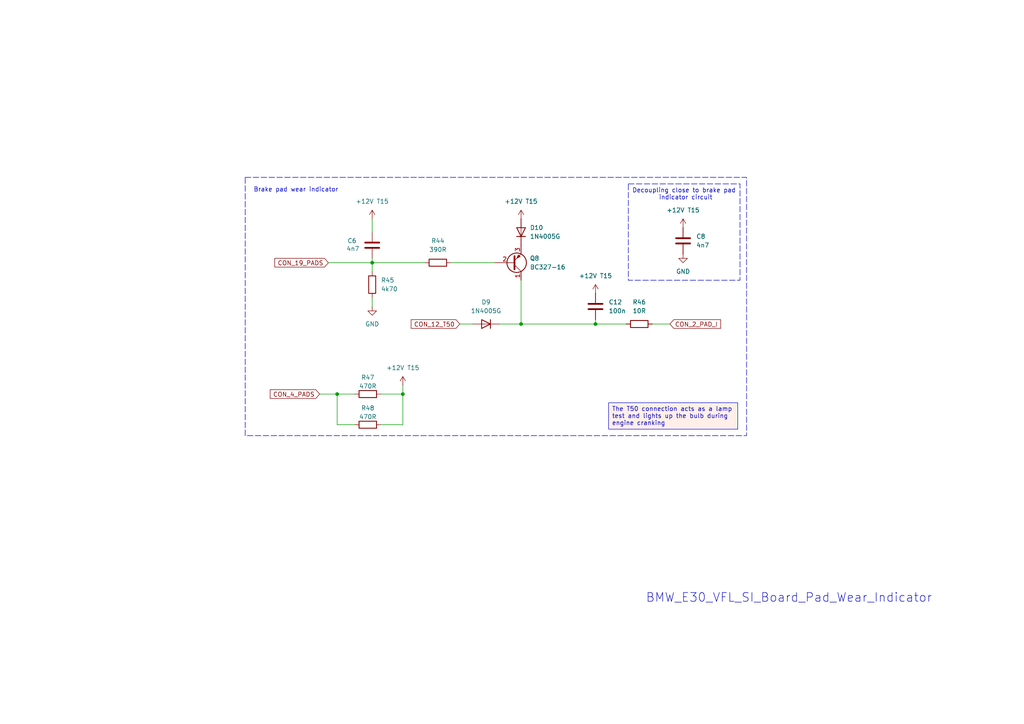
<source format=kicad_sch>
(kicad_sch
	(version 20250114)
	(generator "eeschema")
	(generator_version "9.0")
	(uuid "0aca1cae-b25b-41c5-8f81-283bd5f53ebf")
	(paper "A4")
	(title_block
		(title "BMW E30 Pre-Facelift SI Board")
		(date "2024-06-15")
		(rev "2")
		(comment 1 "Revision 2.1 made by Reagan Ansel")
	)
	(lib_symbols
		(symbol "Device:C"
			(pin_numbers
				(hide yes)
			)
			(pin_names
				(offset 0.254)
			)
			(exclude_from_sim no)
			(in_bom yes)
			(on_board yes)
			(property "Reference" "C"
				(at 0.635 2.54 0)
				(effects
					(font
						(size 1.27 1.27)
					)
					(justify left)
				)
			)
			(property "Value" "C"
				(at 0.635 -2.54 0)
				(effects
					(font
						(size 1.27 1.27)
					)
					(justify left)
				)
			)
			(property "Footprint" ""
				(at 0.9652 -3.81 0)
				(effects
					(font
						(size 1.27 1.27)
					)
					(hide yes)
				)
			)
			(property "Datasheet" "~"
				(at 0 0 0)
				(effects
					(font
						(size 1.27 1.27)
					)
					(hide yes)
				)
			)
			(property "Description" "Unpolarized capacitor"
				(at 0 0 0)
				(effects
					(font
						(size 1.27 1.27)
					)
					(hide yes)
				)
			)
			(property "ki_keywords" "cap capacitor"
				(at 0 0 0)
				(effects
					(font
						(size 1.27 1.27)
					)
					(hide yes)
				)
			)
			(property "ki_fp_filters" "C_*"
				(at 0 0 0)
				(effects
					(font
						(size 1.27 1.27)
					)
					(hide yes)
				)
			)
			(symbol "C_0_1"
				(polyline
					(pts
						(xy -2.032 0.762) (xy 2.032 0.762)
					)
					(stroke
						(width 0.508)
						(type default)
					)
					(fill
						(type none)
					)
				)
				(polyline
					(pts
						(xy -2.032 -0.762) (xy 2.032 -0.762)
					)
					(stroke
						(width 0.508)
						(type default)
					)
					(fill
						(type none)
					)
				)
			)
			(symbol "C_1_1"
				(pin passive line
					(at 0 3.81 270)
					(length 2.794)
					(name "~"
						(effects
							(font
								(size 1.27 1.27)
							)
						)
					)
					(number "1"
						(effects
							(font
								(size 1.27 1.27)
							)
						)
					)
				)
				(pin passive line
					(at 0 -3.81 90)
					(length 2.794)
					(name "~"
						(effects
							(font
								(size 1.27 1.27)
							)
						)
					)
					(number "2"
						(effects
							(font
								(size 1.27 1.27)
							)
						)
					)
				)
			)
			(embedded_fonts no)
		)
		(symbol "Device:R"
			(pin_numbers
				(hide yes)
			)
			(pin_names
				(offset 0)
			)
			(exclude_from_sim no)
			(in_bom yes)
			(on_board yes)
			(property "Reference" "R"
				(at 2.032 0 90)
				(effects
					(font
						(size 1.27 1.27)
					)
				)
			)
			(property "Value" "R"
				(at 0 0 90)
				(effects
					(font
						(size 1.27 1.27)
					)
				)
			)
			(property "Footprint" ""
				(at -1.778 0 90)
				(effects
					(font
						(size 1.27 1.27)
					)
					(hide yes)
				)
			)
			(property "Datasheet" "~"
				(at 0 0 0)
				(effects
					(font
						(size 1.27 1.27)
					)
					(hide yes)
				)
			)
			(property "Description" "Resistor"
				(at 0 0 0)
				(effects
					(font
						(size 1.27 1.27)
					)
					(hide yes)
				)
			)
			(property "ki_keywords" "R res resistor"
				(at 0 0 0)
				(effects
					(font
						(size 1.27 1.27)
					)
					(hide yes)
				)
			)
			(property "ki_fp_filters" "R_*"
				(at 0 0 0)
				(effects
					(font
						(size 1.27 1.27)
					)
					(hide yes)
				)
			)
			(symbol "R_0_1"
				(rectangle
					(start -1.016 -2.54)
					(end 1.016 2.54)
					(stroke
						(width 0.254)
						(type default)
					)
					(fill
						(type none)
					)
				)
			)
			(symbol "R_1_1"
				(pin passive line
					(at 0 3.81 270)
					(length 1.27)
					(name "~"
						(effects
							(font
								(size 1.27 1.27)
							)
						)
					)
					(number "1"
						(effects
							(font
								(size 1.27 1.27)
							)
						)
					)
				)
				(pin passive line
					(at 0 -3.81 90)
					(length 1.27)
					(name "~"
						(effects
							(font
								(size 1.27 1.27)
							)
						)
					)
					(number "2"
						(effects
							(font
								(size 1.27 1.27)
							)
						)
					)
				)
			)
			(embedded_fonts no)
		)
		(symbol "Diode:1N4005"
			(pin_numbers
				(hide yes)
			)
			(pin_names
				(hide yes)
			)
			(exclude_from_sim no)
			(in_bom yes)
			(on_board yes)
			(property "Reference" "D"
				(at 0 2.54 0)
				(effects
					(font
						(size 1.27 1.27)
					)
				)
			)
			(property "Value" "1N4005"
				(at 0 -2.54 0)
				(effects
					(font
						(size 1.27 1.27)
					)
				)
			)
			(property "Footprint" "Diode_THT:D_DO-41_SOD81_P10.16mm_Horizontal"
				(at 0 -4.445 0)
				(effects
					(font
						(size 1.27 1.27)
					)
					(hide yes)
				)
			)
			(property "Datasheet" "http://www.vishay.com/docs/88503/1n4001.pdf"
				(at 0 0 0)
				(effects
					(font
						(size 1.27 1.27)
					)
					(hide yes)
				)
			)
			(property "Description" "600V 1A General Purpose Rectifier Diode, DO-41"
				(at 0 0 0)
				(effects
					(font
						(size 1.27 1.27)
					)
					(hide yes)
				)
			)
			(property "Sim.Device" "D"
				(at 0 0 0)
				(effects
					(font
						(size 1.27 1.27)
					)
					(hide yes)
				)
			)
			(property "Sim.Pins" "1=K 2=A"
				(at 0 0 0)
				(effects
					(font
						(size 1.27 1.27)
					)
					(hide yes)
				)
			)
			(property "ki_keywords" "diode"
				(at 0 0 0)
				(effects
					(font
						(size 1.27 1.27)
					)
					(hide yes)
				)
			)
			(property "ki_fp_filters" "D*DO?41*"
				(at 0 0 0)
				(effects
					(font
						(size 1.27 1.27)
					)
					(hide yes)
				)
			)
			(symbol "1N4005_0_1"
				(polyline
					(pts
						(xy -1.27 1.27) (xy -1.27 -1.27)
					)
					(stroke
						(width 0.254)
						(type default)
					)
					(fill
						(type none)
					)
				)
				(polyline
					(pts
						(xy 1.27 1.27) (xy 1.27 -1.27) (xy -1.27 0) (xy 1.27 1.27)
					)
					(stroke
						(width 0.254)
						(type default)
					)
					(fill
						(type none)
					)
				)
				(polyline
					(pts
						(xy 1.27 0) (xy -1.27 0)
					)
					(stroke
						(width 0)
						(type default)
					)
					(fill
						(type none)
					)
				)
			)
			(symbol "1N4005_1_1"
				(pin passive line
					(at -3.81 0 0)
					(length 2.54)
					(name "K"
						(effects
							(font
								(size 1.27 1.27)
							)
						)
					)
					(number "1"
						(effects
							(font
								(size 1.27 1.27)
							)
						)
					)
				)
				(pin passive line
					(at 3.81 0 180)
					(length 2.54)
					(name "A"
						(effects
							(font
								(size 1.27 1.27)
							)
						)
					)
					(number "2"
						(effects
							(font
								(size 1.27 1.27)
							)
						)
					)
				)
			)
			(embedded_fonts no)
		)
		(symbol "Transistor_BJT:BC327"
			(pin_names
				(offset 0)
				(hide yes)
			)
			(exclude_from_sim no)
			(in_bom yes)
			(on_board yes)
			(property "Reference" "Q"
				(at 5.08 1.905 0)
				(effects
					(font
						(size 1.27 1.27)
					)
					(justify left)
				)
			)
			(property "Value" "BC327"
				(at 5.08 0 0)
				(effects
					(font
						(size 1.27 1.27)
					)
					(justify left)
				)
			)
			(property "Footprint" "Package_TO_SOT_THT:TO-92_Inline"
				(at 5.08 -1.905 0)
				(effects
					(font
						(size 1.27 1.27)
						(italic yes)
					)
					(justify left)
					(hide yes)
				)
			)
			(property "Datasheet" "http://www.onsemi.com/pub_link/Collateral/BC327-D.PDF"
				(at 0 0 0)
				(effects
					(font
						(size 1.27 1.27)
					)
					(justify left)
					(hide yes)
				)
			)
			(property "Description" "0.8A Ic, 45V Vce, PNP Transistor, TO-92"
				(at 0 0 0)
				(effects
					(font
						(size 1.27 1.27)
					)
					(hide yes)
				)
			)
			(property "ki_keywords" "PNP Transistor"
				(at 0 0 0)
				(effects
					(font
						(size 1.27 1.27)
					)
					(hide yes)
				)
			)
			(property "ki_fp_filters" "TO?92*"
				(at 0 0 0)
				(effects
					(font
						(size 1.27 1.27)
					)
					(hide yes)
				)
			)
			(symbol "BC327_0_1"
				(polyline
					(pts
						(xy 0.635 1.905) (xy 0.635 -1.905) (xy 0.635 -1.905)
					)
					(stroke
						(width 0.508)
						(type default)
					)
					(fill
						(type none)
					)
				)
				(polyline
					(pts
						(xy 0.635 0.635) (xy 2.54 2.54)
					)
					(stroke
						(width 0)
						(type default)
					)
					(fill
						(type none)
					)
				)
				(polyline
					(pts
						(xy 0.635 -0.635) (xy 2.54 -2.54) (xy 2.54 -2.54)
					)
					(stroke
						(width 0)
						(type default)
					)
					(fill
						(type none)
					)
				)
				(circle
					(center 1.27 0)
					(radius 2.8194)
					(stroke
						(width 0.254)
						(type default)
					)
					(fill
						(type none)
					)
				)
				(polyline
					(pts
						(xy 2.286 -1.778) (xy 1.778 -2.286) (xy 1.27 -1.27) (xy 2.286 -1.778) (xy 2.286 -1.778)
					)
					(stroke
						(width 0)
						(type default)
					)
					(fill
						(type outline)
					)
				)
			)
			(symbol "BC327_1_1"
				(pin input line
					(at -5.08 0 0)
					(length 5.715)
					(name "B"
						(effects
							(font
								(size 1.27 1.27)
							)
						)
					)
					(number "2"
						(effects
							(font
								(size 1.27 1.27)
							)
						)
					)
				)
				(pin passive line
					(at 2.54 5.08 270)
					(length 2.54)
					(name "C"
						(effects
							(font
								(size 1.27 1.27)
							)
						)
					)
					(number "1"
						(effects
							(font
								(size 1.27 1.27)
							)
						)
					)
				)
				(pin passive line
					(at 2.54 -5.08 90)
					(length 2.54)
					(name "E"
						(effects
							(font
								(size 1.27 1.27)
							)
						)
					)
					(number "3"
						(effects
							(font
								(size 1.27 1.27)
							)
						)
					)
				)
			)
			(embedded_fonts no)
		)
		(symbol "power:+12V"
			(power)
			(pin_numbers
				(hide yes)
			)
			(pin_names
				(offset 0)
				(hide yes)
			)
			(exclude_from_sim no)
			(in_bom yes)
			(on_board yes)
			(property "Reference" "#PWR"
				(at 0 -3.81 0)
				(effects
					(font
						(size 1.27 1.27)
					)
					(hide yes)
				)
			)
			(property "Value" "+12V"
				(at 0 3.556 0)
				(effects
					(font
						(size 1.27 1.27)
					)
				)
			)
			(property "Footprint" ""
				(at 0 0 0)
				(effects
					(font
						(size 1.27 1.27)
					)
					(hide yes)
				)
			)
			(property "Datasheet" ""
				(at 0 0 0)
				(effects
					(font
						(size 1.27 1.27)
					)
					(hide yes)
				)
			)
			(property "Description" "Power symbol creates a global label with name \"+12V\""
				(at 0 0 0)
				(effects
					(font
						(size 1.27 1.27)
					)
					(hide yes)
				)
			)
			(property "ki_keywords" "global power"
				(at 0 0 0)
				(effects
					(font
						(size 1.27 1.27)
					)
					(hide yes)
				)
			)
			(symbol "+12V_0_1"
				(polyline
					(pts
						(xy -0.762 1.27) (xy 0 2.54)
					)
					(stroke
						(width 0)
						(type default)
					)
					(fill
						(type none)
					)
				)
				(polyline
					(pts
						(xy 0 2.54) (xy 0.762 1.27)
					)
					(stroke
						(width 0)
						(type default)
					)
					(fill
						(type none)
					)
				)
				(polyline
					(pts
						(xy 0 0) (xy 0 2.54)
					)
					(stroke
						(width 0)
						(type default)
					)
					(fill
						(type none)
					)
				)
			)
			(symbol "+12V_1_1"
				(pin power_in line
					(at 0 0 90)
					(length 0)
					(name "~"
						(effects
							(font
								(size 1.27 1.27)
							)
						)
					)
					(number "1"
						(effects
							(font
								(size 1.27 1.27)
							)
						)
					)
				)
			)
			(embedded_fonts no)
		)
		(symbol "power:GND"
			(power)
			(pin_numbers
				(hide yes)
			)
			(pin_names
				(offset 0)
				(hide yes)
			)
			(exclude_from_sim no)
			(in_bom yes)
			(on_board yes)
			(property "Reference" "#PWR"
				(at 0 -6.35 0)
				(effects
					(font
						(size 1.27 1.27)
					)
					(hide yes)
				)
			)
			(property "Value" "GND"
				(at 0 -3.81 0)
				(effects
					(font
						(size 1.27 1.27)
					)
				)
			)
			(property "Footprint" ""
				(at 0 0 0)
				(effects
					(font
						(size 1.27 1.27)
					)
					(hide yes)
				)
			)
			(property "Datasheet" ""
				(at 0 0 0)
				(effects
					(font
						(size 1.27 1.27)
					)
					(hide yes)
				)
			)
			(property "Description" "Power symbol creates a global label with name \"GND\" , ground"
				(at 0 0 0)
				(effects
					(font
						(size 1.27 1.27)
					)
					(hide yes)
				)
			)
			(property "ki_keywords" "global power"
				(at 0 0 0)
				(effects
					(font
						(size 1.27 1.27)
					)
					(hide yes)
				)
			)
			(symbol "GND_0_1"
				(polyline
					(pts
						(xy 0 0) (xy 0 -1.27) (xy 1.27 -1.27) (xy 0 -2.54) (xy -1.27 -1.27) (xy 0 -1.27)
					)
					(stroke
						(width 0)
						(type default)
					)
					(fill
						(type none)
					)
				)
			)
			(symbol "GND_1_1"
				(pin power_in line
					(at 0 0 270)
					(length 0)
					(name "~"
						(effects
							(font
								(size 1.27 1.27)
							)
						)
					)
					(number "1"
						(effects
							(font
								(size 1.27 1.27)
							)
						)
					)
				)
			)
			(embedded_fonts no)
		)
	)
	(rectangle
		(start 182.245 53.34)
		(end 214.63 81.28)
		(stroke
			(width 0)
			(type dash)
		)
		(fill
			(type none)
		)
		(uuid 31a30267-b363-4883-9154-a383f7ac663f)
	)
	(rectangle
		(start 71.12 51.435)
		(end 216.535 126.365)
		(stroke
			(width 0)
			(type dash)
		)
		(fill
			(type none)
		)
		(uuid 817e03ac-7b21-446f-a89e-8e88791bf662)
	)
	(text "BMW_E30_VFL_SI_Board_Pad_Wear_Indicator"
		(exclude_from_sim no)
		(at 228.854 173.482 0)
		(effects
			(font
				(size 2.54 2.54)
			)
		)
		(uuid "4adc95d5-1554-42c1-b2e7-549b0b467232")
	)
	(text "Brake pad wear indicator"
		(exclude_from_sim no)
		(at 85.852 55.118 0)
		(effects
			(font
				(size 1.27 1.27)
			)
		)
		(uuid "9060bdef-6818-48ba-a7e4-932b4c64f64e")
	)
	(text "Decoupling close to brake pad \nindicator circuit"
		(exclude_from_sim no)
		(at 198.882 56.388 0)
		(effects
			(font
				(size 1.27 1.27)
			)
		)
		(uuid "a64a4091-36a2-4ac9-a836-bc4c1b2d37d4")
	)
	(text_box "The T50 connection acts as a lamp test and lights up the bulb during engine cranking"
		(exclude_from_sim no)
		(at 176.53 116.84 0)
		(size 37.465 7.62)
		(margins 0.9525 0.9525 0.9525 0.9525)
		(stroke
			(width 0)
			(type default)
		)
		(fill
			(type color)
			(color 255 239 232 1)
		)
		(effects
			(font
				(size 1.27 1.27)
			)
			(justify left top)
		)
		(uuid "de69d039-4967-44ee-944f-bc85916e0f76")
	)
	(junction
		(at 151.13 93.98)
		(diameter 0)
		(color 0 0 0 0)
		(uuid "026eeb42-80f3-4c8c-9730-ac527f1b8d34")
	)
	(junction
		(at 97.79 114.3)
		(diameter 0)
		(color 0 0 0 0)
		(uuid "151acea0-a351-4986-890b-7fa28b9a6a60")
	)
	(junction
		(at 107.95 76.2)
		(diameter 0)
		(color 0 0 0 0)
		(uuid "2d25110b-4997-4837-82f7-6ea1a8071e2d")
	)
	(junction
		(at 172.72 93.98)
		(diameter 0)
		(color 0 0 0 0)
		(uuid "557b9f14-02af-4917-b4d4-1cf3ead75008")
	)
	(junction
		(at 116.84 114.3)
		(diameter 0)
		(color 0 0 0 0)
		(uuid "e4276765-9f87-44f3-922a-277f9a32ad6e")
	)
	(wire
		(pts
			(xy 172.72 93.98) (xy 181.61 93.98)
		)
		(stroke
			(width 0)
			(type default)
		)
		(uuid "01ed73d1-29d4-4581-a7b9-fc7011e75099")
	)
	(wire
		(pts
			(xy 110.49 123.19) (xy 116.84 123.19)
		)
		(stroke
			(width 0)
			(type default)
		)
		(uuid "05a39c9c-2811-462a-a379-7fd0415ef58a")
	)
	(wire
		(pts
			(xy 189.23 93.98) (xy 194.31 93.98)
		)
		(stroke
			(width 0)
			(type default)
		)
		(uuid "063d60af-f902-4b64-af16-42999728cf48")
	)
	(wire
		(pts
			(xy 107.95 76.2) (xy 107.95 74.93)
		)
		(stroke
			(width 0)
			(type default)
		)
		(uuid "06db17ea-3b4a-46e0-9bc2-85e82c546d30")
	)
	(wire
		(pts
			(xy 95.25 76.2) (xy 107.95 76.2)
		)
		(stroke
			(width 0)
			(type default)
		)
		(uuid "20255e2c-32d7-45c6-bd50-ddf174db36fe")
	)
	(wire
		(pts
			(xy 97.79 114.3) (xy 102.87 114.3)
		)
		(stroke
			(width 0)
			(type default)
		)
		(uuid "22ef74d4-8a64-446e-9d02-75972a02382e")
	)
	(wire
		(pts
			(xy 116.84 114.3) (xy 116.84 111.76)
		)
		(stroke
			(width 0)
			(type default)
		)
		(uuid "26c797d2-0ddc-49cf-b36f-d0625853559e")
	)
	(wire
		(pts
			(xy 107.95 76.2) (xy 123.19 76.2)
		)
		(stroke
			(width 0)
			(type default)
		)
		(uuid "2ef5669f-4a9f-46b8-bdc0-cb33b2b9d659")
	)
	(wire
		(pts
			(xy 151.13 81.28) (xy 151.13 93.98)
		)
		(stroke
			(width 0)
			(type default)
		)
		(uuid "3f5f9274-f774-41c4-a6ba-0c6060e6d7ea")
	)
	(wire
		(pts
			(xy 97.79 114.3) (xy 97.79 123.19)
		)
		(stroke
			(width 0)
			(type default)
		)
		(uuid "493f4482-245e-480a-856f-7de926aefd77")
	)
	(wire
		(pts
			(xy 116.84 123.19) (xy 116.84 114.3)
		)
		(stroke
			(width 0)
			(type default)
		)
		(uuid "5046f822-76ec-43a2-825d-377359df51f6")
	)
	(wire
		(pts
			(xy 144.78 93.98) (xy 151.13 93.98)
		)
		(stroke
			(width 0)
			(type default)
		)
		(uuid "63d5ef55-5979-4791-a344-a3deec7e1d68")
	)
	(wire
		(pts
			(xy 107.95 76.2) (xy 107.95 78.74)
		)
		(stroke
			(width 0)
			(type default)
		)
		(uuid "7051c20a-6a57-4585-9085-b79d60e9d903")
	)
	(wire
		(pts
			(xy 110.49 114.3) (xy 116.84 114.3)
		)
		(stroke
			(width 0)
			(type default)
		)
		(uuid "71d1c85e-a006-46eb-acb5-9e52027c2923")
	)
	(wire
		(pts
			(xy 97.79 114.3) (xy 92.71 114.3)
		)
		(stroke
			(width 0)
			(type default)
		)
		(uuid "85afff52-6bc8-46ba-917d-d0aea6c324b3")
	)
	(wire
		(pts
			(xy 151.13 93.98) (xy 172.72 93.98)
		)
		(stroke
			(width 0)
			(type default)
		)
		(uuid "949735f6-ba20-4006-ad7d-cd0f2f7cb504")
	)
	(wire
		(pts
			(xy 172.72 92.71) (xy 172.72 93.98)
		)
		(stroke
			(width 0)
			(type default)
		)
		(uuid "9fef201f-aace-4f5a-9839-c9bc710fb41f")
	)
	(wire
		(pts
			(xy 107.95 67.31) (xy 107.95 63.5)
		)
		(stroke
			(width 0)
			(type default)
		)
		(uuid "a0cdb047-f3e0-408c-83eb-1b9c9dcad87a")
	)
	(wire
		(pts
			(xy 130.81 76.2) (xy 143.51 76.2)
		)
		(stroke
			(width 0)
			(type default)
		)
		(uuid "ad9013bb-b32e-4437-af0b-80689694d384")
	)
	(wire
		(pts
			(xy 133.35 93.98) (xy 137.16 93.98)
		)
		(stroke
			(width 0)
			(type default)
		)
		(uuid "cc5d3a57-4dc3-4b3e-8739-ba447c880104")
	)
	(wire
		(pts
			(xy 107.95 86.36) (xy 107.95 88.9)
		)
		(stroke
			(width 0)
			(type default)
		)
		(uuid "cf9b7a64-0530-45cf-983f-940f0ca87793")
	)
	(wire
		(pts
			(xy 97.79 123.19) (xy 102.87 123.19)
		)
		(stroke
			(width 0)
			(type default)
		)
		(uuid "dcbabc6c-dc00-4822-98f2-4c36df13a951")
	)
	(global_label "CON_2_PAD_I"
		(shape input)
		(at 194.31 93.98 0)
		(fields_autoplaced yes)
		(effects
			(font
				(size 1.27 1.27)
			)
			(justify left)
		)
		(uuid "02740e25-da00-4f6a-9d60-eaefa2a9bff3")
		(property "Intersheetrefs" "${INTERSHEET_REFS}"
			(at 209.5719 93.98 0)
			(effects
				(font
					(size 1.27 1.27)
				)
				(justify left)
				(hide yes)
			)
		)
	)
	(global_label "CON_4_PADS"
		(shape input)
		(at 92.71 114.3 180)
		(fields_autoplaced yes)
		(effects
			(font
				(size 1.27 1.27)
			)
			(justify right)
		)
		(uuid "a681f6b8-4f60-4f3c-8aff-d82be0391a4c")
		(property "Intersheetrefs" "${INTERSHEET_REFS}"
			(at 77.811 114.3 0)
			(effects
				(font
					(size 1.27 1.27)
				)
				(justify right)
				(hide yes)
			)
		)
	)
	(global_label "CON_12_T50"
		(shape input)
		(at 133.35 93.98 180)
		(fields_autoplaced yes)
		(effects
			(font
				(size 1.27 1.27)
			)
			(justify right)
		)
		(uuid "d84e3cb8-9861-4d8a-bdac-a6c8faa6c06e")
		(property "Intersheetrefs" "${INTERSHEET_REFS}"
			(at 118.693 93.98 0)
			(effects
				(font
					(size 1.27 1.27)
				)
				(justify right)
				(hide yes)
			)
		)
	)
	(global_label "CON_19_PADS"
		(shape input)
		(at 95.25 76.2 180)
		(fields_autoplaced yes)
		(effects
			(font
				(size 1.27 1.27)
			)
			(justify right)
		)
		(uuid "d8d4e3f2-c403-4f1a-a162-fabe57c38ab7")
		(property "Intersheetrefs" "${INTERSHEET_REFS}"
			(at 79.1415 76.2 0)
			(effects
				(font
					(size 1.27 1.27)
				)
				(justify right)
				(hide yes)
			)
		)
	)
	(symbol
		(lib_id "power:+12V")
		(at 116.84 111.76 0)
		(unit 1)
		(exclude_from_sim no)
		(in_bom yes)
		(on_board yes)
		(dnp no)
		(fields_autoplaced yes)
		(uuid "0849b647-c4cb-40eb-af57-23633d876e25")
		(property "Reference" "#PWR036"
			(at 116.84 115.57 0)
			(effects
				(font
					(size 1.27 1.27)
				)
				(hide yes)
			)
		)
		(property "Value" "+12V T15"
			(at 116.84 106.68 0)
			(effects
				(font
					(size 1.27 1.27)
				)
			)
		)
		(property "Footprint" ""
			(at 116.84 111.76 0)
			(effects
				(font
					(size 1.27 1.27)
				)
				(hide yes)
			)
		)
		(property "Datasheet" ""
			(at 116.84 111.76 0)
			(effects
				(font
					(size 1.27 1.27)
				)
				(hide yes)
			)
		)
		(property "Description" "Power symbol creates a global label with name \"+12V\""
			(at 116.84 111.76 0)
			(effects
				(font
					(size 1.27 1.27)
				)
				(hide yes)
			)
		)
		(pin "1"
			(uuid "fea53f85-cd1e-4356-a1a1-7140ee5e7593")
		)
		(instances
			(project "BMW E30 VFL SI Board V2"
				(path "/b9f8b657-f23f-4f46-b33b-c9c07ea00dca/06cb897c-0efb-438a-95e3-30e073586624"
					(reference "#PWR036")
					(unit 1)
				)
			)
		)
	)
	(symbol
		(lib_id "power:+12V")
		(at 198.12 66.04 0)
		(unit 1)
		(exclude_from_sim no)
		(in_bom yes)
		(on_board yes)
		(dnp no)
		(fields_autoplaced yes)
		(uuid "20c7fd1b-05cf-491b-ae20-2a0310540594")
		(property "Reference" "#PWR040"
			(at 198.12 69.85 0)
			(effects
				(font
					(size 1.27 1.27)
				)
				(hide yes)
			)
		)
		(property "Value" "+12V T15"
			(at 198.12 60.96 0)
			(effects
				(font
					(size 1.27 1.27)
				)
			)
		)
		(property "Footprint" ""
			(at 198.12 66.04 0)
			(effects
				(font
					(size 1.27 1.27)
				)
				(hide yes)
			)
		)
		(property "Datasheet" ""
			(at 198.12 66.04 0)
			(effects
				(font
					(size 1.27 1.27)
				)
				(hide yes)
			)
		)
		(property "Description" "Power symbol creates a global label with name \"+12V\""
			(at 198.12 66.04 0)
			(effects
				(font
					(size 1.27 1.27)
				)
				(hide yes)
			)
		)
		(pin "1"
			(uuid "ea8a9fba-beea-4319-91ec-cf2b71711c76")
		)
		(instances
			(project "BMW E30 VFL SI Board V2"
				(path "/b9f8b657-f23f-4f46-b33b-c9c07ea00dca/06cb897c-0efb-438a-95e3-30e073586624"
					(reference "#PWR040")
					(unit 1)
				)
			)
		)
	)
	(symbol
		(lib_id "power:+12V")
		(at 172.72 85.09 0)
		(unit 1)
		(exclude_from_sim no)
		(in_bom yes)
		(on_board yes)
		(dnp no)
		(fields_autoplaced yes)
		(uuid "26c4b366-3cbd-4006-bb60-7b3d16bb9080")
		(property "Reference" "#PWR039"
			(at 172.72 88.9 0)
			(effects
				(font
					(size 1.27 1.27)
				)
				(hide yes)
			)
		)
		(property "Value" "+12V T15"
			(at 172.72 80.01 0)
			(effects
				(font
					(size 1.27 1.27)
				)
			)
		)
		(property "Footprint" ""
			(at 172.72 85.09 0)
			(effects
				(font
					(size 1.27 1.27)
				)
				(hide yes)
			)
		)
		(property "Datasheet" ""
			(at 172.72 85.09 0)
			(effects
				(font
					(size 1.27 1.27)
				)
				(hide yes)
			)
		)
		(property "Description" "Power symbol creates a global label with name \"+12V\""
			(at 172.72 85.09 0)
			(effects
				(font
					(size 1.27 1.27)
				)
				(hide yes)
			)
		)
		(pin "1"
			(uuid "bd82e072-a4e0-4d10-a99b-9015a986383a")
		)
		(instances
			(project "BMW E30 VFL SI Board V2"
				(path "/b9f8b657-f23f-4f46-b33b-c9c07ea00dca/06cb897c-0efb-438a-95e3-30e073586624"
					(reference "#PWR039")
					(unit 1)
				)
			)
		)
	)
	(symbol
		(lib_id "power:GND")
		(at 107.95 88.9 0)
		(unit 1)
		(exclude_from_sim no)
		(in_bom yes)
		(on_board yes)
		(dnp no)
		(fields_autoplaced yes)
		(uuid "2c4eeafb-3a9d-491e-9e0f-30036086737d")
		(property "Reference" "#PWR013"
			(at 107.95 95.25 0)
			(effects
				(font
					(size 1.27 1.27)
				)
				(hide yes)
			)
		)
		(property "Value" "GND"
			(at 107.95 93.98 0)
			(effects
				(font
					(size 1.27 1.27)
				)
			)
		)
		(property "Footprint" ""
			(at 107.95 88.9 0)
			(effects
				(font
					(size 1.27 1.27)
				)
				(hide yes)
			)
		)
		(property "Datasheet" ""
			(at 107.95 88.9 0)
			(effects
				(font
					(size 1.27 1.27)
				)
				(hide yes)
			)
		)
		(property "Description" "Power symbol creates a global label with name \"GND\" , ground"
			(at 107.95 88.9 0)
			(effects
				(font
					(size 1.27 1.27)
				)
				(hide yes)
			)
		)
		(pin "1"
			(uuid "e6aef076-0569-4c63-ba3d-2ce58c719de8")
		)
		(instances
			(project "BMW E30 VFL SI Board V2"
				(path "/b9f8b657-f23f-4f46-b33b-c9c07ea00dca/06cb897c-0efb-438a-95e3-30e073586624"
					(reference "#PWR013")
					(unit 1)
				)
			)
		)
	)
	(symbol
		(lib_id "Device:R")
		(at 185.42 93.98 270)
		(unit 1)
		(exclude_from_sim no)
		(in_bom yes)
		(on_board yes)
		(dnp no)
		(fields_autoplaced yes)
		(uuid "43a58189-1e43-4520-8cae-2f63cea7fa83")
		(property "Reference" "R46"
			(at 185.42 87.63 90)
			(effects
				(font
					(size 1.27 1.27)
				)
			)
		)
		(property "Value" "10R"
			(at 185.42 90.17 90)
			(effects
				(font
					(size 1.27 1.27)
				)
			)
		)
		(property "Footprint" "Footprint_Library_Custom:R_Axial_DIN0207_L6.3mm_D2.5mm_P10.16mm_Horizontal"
			(at 185.42 92.202 90)
			(effects
				(font
					(size 1.27 1.27)
				)
				(hide yes)
			)
		)
		(property "Datasheet" "~"
			(at 185.42 93.98 0)
			(effects
				(font
					(size 1.27 1.27)
				)
				(hide yes)
			)
		)
		(property "Description" "Resistor"
			(at 185.42 93.98 0)
			(effects
				(font
					(size 1.27 1.27)
				)
				(hide yes)
			)
		)
		(pin "2"
			(uuid "8dff99f5-516d-4717-b1a7-e59fea4e029b")
		)
		(pin "1"
			(uuid "2c2b7ee9-1078-4158-b3f8-207c248fae30")
		)
		(instances
			(project "BMW E30 VFL SI Board V2"
				(path "/b9f8b657-f23f-4f46-b33b-c9c07ea00dca/06cb897c-0efb-438a-95e3-30e073586624"
					(reference "R46")
					(unit 1)
				)
			)
		)
	)
	(symbol
		(lib_id "Device:R")
		(at 106.68 123.19 90)
		(unit 1)
		(exclude_from_sim no)
		(in_bom yes)
		(on_board yes)
		(dnp no)
		(uuid "67e15556-a7f8-433a-88f1-0e2ab3e30df3")
		(property "Reference" "R48"
			(at 106.68 118.364 90)
			(effects
				(font
					(size 1.27 1.27)
				)
			)
		)
		(property "Value" "470R"
			(at 106.68 120.904 90)
			(effects
				(font
					(size 1.27 1.27)
				)
			)
		)
		(property "Footprint" "Footprint_Library_Custom:R_Axial_DIN0309_L9.0mm_D3.2mm_P15.24mm_Horizontal"
			(at 106.68 124.968 90)
			(effects
				(font
					(size 1.27 1.27)
				)
				(hide yes)
			)
		)
		(property "Datasheet" "~"
			(at 106.68 123.19 0)
			(effects
				(font
					(size 1.27 1.27)
				)
				(hide yes)
			)
		)
		(property "Description" "Resistor"
			(at 106.68 123.19 0)
			(effects
				(font
					(size 1.27 1.27)
				)
				(hide yes)
			)
		)
		(pin "2"
			(uuid "cdf1089a-1302-4654-a8f9-67dd30027b2e")
		)
		(pin "1"
			(uuid "551156e4-75c1-45c2-8a68-73fbac547df5")
		)
		(instances
			(project "BMW E30 VFL SI Board V2"
				(path "/b9f8b657-f23f-4f46-b33b-c9c07ea00dca/06cb897c-0efb-438a-95e3-30e073586624"
					(reference "R48")
					(unit 1)
				)
			)
		)
	)
	(symbol
		(lib_id "Device:R")
		(at 127 76.2 270)
		(unit 1)
		(exclude_from_sim no)
		(in_bom yes)
		(on_board yes)
		(dnp no)
		(fields_autoplaced yes)
		(uuid "72d2ff4d-9cab-4bc9-ab9a-27a3298a982a")
		(property "Reference" "R44"
			(at 127 69.85 90)
			(effects
				(font
					(size 1.27 1.27)
				)
			)
		)
		(property "Value" "390R"
			(at 127 72.39 90)
			(effects
				(font
					(size 1.27 1.27)
				)
			)
		)
		(property "Footprint" "Footprint_Library_Custom:R_Axial_DIN0309_L9.0mm_D3.2mm_P15.24mm_Horizontal"
			(at 127 74.422 90)
			(effects
				(font
					(size 1.27 1.27)
				)
				(hide yes)
			)
		)
		(property "Datasheet" "~"
			(at 127 76.2 0)
			(effects
				(font
					(size 1.27 1.27)
				)
				(hide yes)
			)
		)
		(property "Description" "Resistor"
			(at 127 76.2 0)
			(effects
				(font
					(size 1.27 1.27)
				)
				(hide yes)
			)
		)
		(pin "2"
			(uuid "ebf7faca-924e-46f8-b53b-4f66e0f13e96")
		)
		(pin "1"
			(uuid "37a57ee6-70b6-419d-9f7b-e52e2dcf919b")
		)
		(instances
			(project "BMW E30 VFL SI Board V2"
				(path "/b9f8b657-f23f-4f46-b33b-c9c07ea00dca/06cb897c-0efb-438a-95e3-30e073586624"
					(reference "R44")
					(unit 1)
				)
			)
		)
	)
	(symbol
		(lib_id "power:+12V")
		(at 151.13 63.5 0)
		(unit 1)
		(exclude_from_sim no)
		(in_bom yes)
		(on_board yes)
		(dnp no)
		(fields_autoplaced yes)
		(uuid "76a95287-f563-422a-a853-91de62dc3916")
		(property "Reference" "#PWR038"
			(at 151.13 67.31 0)
			(effects
				(font
					(size 1.27 1.27)
				)
				(hide yes)
			)
		)
		(property "Value" "+12V T15"
			(at 151.13 58.42 0)
			(effects
				(font
					(size 1.27 1.27)
				)
			)
		)
		(property "Footprint" ""
			(at 151.13 63.5 0)
			(effects
				(font
					(size 1.27 1.27)
				)
				(hide yes)
			)
		)
		(property "Datasheet" ""
			(at 151.13 63.5 0)
			(effects
				(font
					(size 1.27 1.27)
				)
				(hide yes)
			)
		)
		(property "Description" "Power symbol creates a global label with name \"+12V\""
			(at 151.13 63.5 0)
			(effects
				(font
					(size 1.27 1.27)
				)
				(hide yes)
			)
		)
		(pin "1"
			(uuid "304fa1d9-7e6d-4b7e-a8dd-05f2e1a07fbc")
		)
		(instances
			(project "BMW E30 VFL SI Board V2"
				(path "/b9f8b657-f23f-4f46-b33b-c9c07ea00dca/06cb897c-0efb-438a-95e3-30e073586624"
					(reference "#PWR038")
					(unit 1)
				)
			)
		)
	)
	(symbol
		(lib_id "Device:R")
		(at 107.95 82.55 0)
		(unit 1)
		(exclude_from_sim no)
		(in_bom yes)
		(on_board yes)
		(dnp no)
		(fields_autoplaced yes)
		(uuid "8a52050b-286a-48eb-a004-ea1d9df032b0")
		(property "Reference" "R45"
			(at 110.49 81.2799 0)
			(effects
				(font
					(size 1.27 1.27)
				)
				(justify left)
			)
		)
		(property "Value" "4k70"
			(at 110.49 83.8199 0)
			(effects
				(font
					(size 1.27 1.27)
				)
				(justify left)
			)
		)
		(property "Footprint" "Footprint_Library_Custom:R_Axial_DIN0207_L6.3mm_D2.5mm_P10.16mm_Horizontal"
			(at 106.172 82.55 90)
			(effects
				(font
					(size 1.27 1.27)
				)
				(hide yes)
			)
		)
		(property "Datasheet" "~"
			(at 107.95 82.55 0)
			(effects
				(font
					(size 1.27 1.27)
				)
				(hide yes)
			)
		)
		(property "Description" "Resistor"
			(at 107.95 82.55 0)
			(effects
				(font
					(size 1.27 1.27)
				)
				(hide yes)
			)
		)
		(pin "2"
			(uuid "0da6ac04-31cb-46c4-ac98-52d04de4fd78")
		)
		(pin "1"
			(uuid "ed04ca6d-0ae9-4198-9a4e-103e8cdb8aaf")
		)
		(instances
			(project "BMW E30 VFL SI Board V2"
				(path "/b9f8b657-f23f-4f46-b33b-c9c07ea00dca/06cb897c-0efb-438a-95e3-30e073586624"
					(reference "R45")
					(unit 1)
				)
			)
		)
	)
	(symbol
		(lib_id "Device:C")
		(at 172.72 88.9 180)
		(unit 1)
		(exclude_from_sim no)
		(in_bom yes)
		(on_board yes)
		(dnp no)
		(fields_autoplaced yes)
		(uuid "9242b354-e570-45e2-a1b9-1d33f09ee139")
		(property "Reference" "C12"
			(at 176.53 87.6299 0)
			(effects
				(font
					(size 1.27 1.27)
				)
				(justify right)
			)
		)
		(property "Value" "100n"
			(at 176.53 90.1699 0)
			(effects
				(font
					(size 1.27 1.27)
				)
				(justify right)
			)
		)
		(property "Footprint" "Capacitor_THT:C_Disc_D8.0mm_W2.5mm_P5.00mm"
			(at 171.7548 85.09 0)
			(effects
				(font
					(size 1.27 1.27)
				)
				(hide yes)
			)
		)
		(property "Datasheet" "~"
			(at 172.72 88.9 0)
			(effects
				(font
					(size 1.27 1.27)
				)
				(hide yes)
			)
		)
		(property "Description" "Unpolarized capacitor"
			(at 172.72 88.9 0)
			(effects
				(font
					(size 1.27 1.27)
				)
				(hide yes)
			)
		)
		(pin "2"
			(uuid "9b0c79a4-f980-45ae-9296-58ddf7e5edb0")
		)
		(pin "1"
			(uuid "1ffbb35f-c66d-4c69-9359-61b3318ad826")
		)
		(instances
			(project "BMW E30 VFL SI Board V2"
				(path "/b9f8b657-f23f-4f46-b33b-c9c07ea00dca/06cb897c-0efb-438a-95e3-30e073586624"
					(reference "C12")
					(unit 1)
				)
			)
		)
	)
	(symbol
		(lib_id "Device:R")
		(at 106.68 114.3 90)
		(unit 1)
		(exclude_from_sim no)
		(in_bom yes)
		(on_board yes)
		(dnp no)
		(uuid "988217eb-726c-457f-8175-3cba9eec3940")
		(property "Reference" "R47"
			(at 106.68 109.474 90)
			(effects
				(font
					(size 1.27 1.27)
				)
			)
		)
		(property "Value" "470R"
			(at 106.68 112.014 90)
			(effects
				(font
					(size 1.27 1.27)
				)
			)
		)
		(property "Footprint" "Footprint_Library_Custom:R_Axial_DIN0309_L9.0mm_D3.2mm_P15.24mm_Horizontal"
			(at 106.68 116.078 90)
			(effects
				(font
					(size 1.27 1.27)
				)
				(hide yes)
			)
		)
		(property "Datasheet" "~"
			(at 106.68 114.3 0)
			(effects
				(font
					(size 1.27 1.27)
				)
				(hide yes)
			)
		)
		(property "Description" "Resistor"
			(at 106.68 114.3 0)
			(effects
				(font
					(size 1.27 1.27)
				)
				(hide yes)
			)
		)
		(pin "2"
			(uuid "74262194-d740-495f-afd6-55ad504bb288")
		)
		(pin "1"
			(uuid "bbfc4a50-f733-43d8-92bf-ea838f6c33b7")
		)
		(instances
			(project "BMW E30 VFL SI Board V2"
				(path "/b9f8b657-f23f-4f46-b33b-c9c07ea00dca/06cb897c-0efb-438a-95e3-30e073586624"
					(reference "R47")
					(unit 1)
				)
			)
		)
	)
	(symbol
		(lib_id "Diode:1N4005")
		(at 140.97 93.98 180)
		(unit 1)
		(exclude_from_sim no)
		(in_bom yes)
		(on_board yes)
		(dnp no)
		(fields_autoplaced yes)
		(uuid "a3183fba-a65e-4889-ae46-86932cefbf7e")
		(property "Reference" "D9"
			(at 140.97 87.63 0)
			(effects
				(font
					(size 1.27 1.27)
				)
			)
		)
		(property "Value" "1N4005G"
			(at 140.97 90.17 0)
			(effects
				(font
					(size 1.27 1.27)
				)
			)
		)
		(property "Footprint" "Footprint_Library_Custom:D_DO-41_SOD81_P12.70mm_Horizontal"
			(at 140.97 89.535 0)
			(effects
				(font
					(size 1.27 1.27)
				)
				(hide yes)
			)
		)
		(property "Datasheet" "http://www.vishay.com/docs/88503/1n4001.pdf"
			(at 140.97 93.98 0)
			(effects
				(font
					(size 1.27 1.27)
				)
				(hide yes)
			)
		)
		(property "Description" "600V 1A General Purpose Rectifier Diode, DO-41"
			(at 140.97 93.98 0)
			(effects
				(font
					(size 1.27 1.27)
				)
				(hide yes)
			)
		)
		(property "Sim.Device" "D"
			(at 140.97 93.98 0)
			(effects
				(font
					(size 1.27 1.27)
				)
				(hide yes)
			)
		)
		(property "Sim.Pins" "1=K 2=A"
			(at 140.97 93.98 0)
			(effects
				(font
					(size 1.27 1.27)
				)
				(hide yes)
			)
		)
		(pin "2"
			(uuid "f48f0749-edee-46dd-8d80-2a15aecd04e4")
		)
		(pin "1"
			(uuid "53d8e1b6-f84e-449b-978f-b49418e129fa")
		)
		(instances
			(project "BMW E30 VFL SI Board V2"
				(path "/b9f8b657-f23f-4f46-b33b-c9c07ea00dca/06cb897c-0efb-438a-95e3-30e073586624"
					(reference "D9")
					(unit 1)
				)
			)
		)
	)
	(symbol
		(lib_id "Transistor_BJT:BC327")
		(at 148.59 76.2 0)
		(mirror x)
		(unit 1)
		(exclude_from_sim no)
		(in_bom yes)
		(on_board yes)
		(dnp no)
		(uuid "ae9df11b-b026-40b8-8862-3f7fd9bb7ffa")
		(property "Reference" "Q8"
			(at 153.67 74.9299 0)
			(effects
				(font
					(size 1.27 1.27)
				)
				(justify left)
			)
		)
		(property "Value" "BC327-16"
			(at 153.67 77.4699 0)
			(effects
				(font
					(size 1.27 1.27)
				)
				(justify left)
			)
		)
		(property "Footprint" "Package_TO_SOT_THT:TO-92_Inline_Wide"
			(at 153.67 74.295 0)
			(effects
				(font
					(size 1.27 1.27)
					(italic yes)
				)
				(justify left)
				(hide yes)
			)
		)
		(property "Datasheet" "http://www.onsemi.com/pub_link/Collateral/BC327-D.PDF"
			(at 148.59 76.2 0)
			(effects
				(font
					(size 1.27 1.27)
				)
				(justify left)
				(hide yes)
			)
		)
		(property "Description" "0.8A Ic, 45V Vce, PNP Transistor, TO-92"
			(at 148.59 76.2 0)
			(effects
				(font
					(size 1.27 1.27)
				)
				(hide yes)
			)
		)
		(pin "2"
			(uuid "be103a70-7ee3-47d3-ab38-1701733324b8")
		)
		(pin "3"
			(uuid "513748eb-1437-437f-bee4-169cde9eec7c")
		)
		(pin "1"
			(uuid "73d708c7-93ee-4ba7-8d63-ea5db3306282")
		)
		(instances
			(project "BMW E30 VFL SI Board V2"
				(path "/b9f8b657-f23f-4f46-b33b-c9c07ea00dca/06cb897c-0efb-438a-95e3-30e073586624"
					(reference "Q8")
					(unit 1)
				)
			)
		)
	)
	(symbol
		(lib_id "power:GND")
		(at 198.12 73.66 0)
		(unit 1)
		(exclude_from_sim no)
		(in_bom yes)
		(on_board yes)
		(dnp no)
		(fields_autoplaced yes)
		(uuid "b1d9c82b-2616-469a-a42a-4da5a12dcd8c")
		(property "Reference" "#PWR041"
			(at 198.12 80.01 0)
			(effects
				(font
					(size 1.27 1.27)
				)
				(hide yes)
			)
		)
		(property "Value" "GND"
			(at 198.12 78.74 0)
			(effects
				(font
					(size 1.27 1.27)
				)
			)
		)
		(property "Footprint" ""
			(at 198.12 73.66 0)
			(effects
				(font
					(size 1.27 1.27)
				)
				(hide yes)
			)
		)
		(property "Datasheet" ""
			(at 198.12 73.66 0)
			(effects
				(font
					(size 1.27 1.27)
				)
				(hide yes)
			)
		)
		(property "Description" "Power symbol creates a global label with name \"GND\" , ground"
			(at 198.12 73.66 0)
			(effects
				(font
					(size 1.27 1.27)
				)
				(hide yes)
			)
		)
		(pin "1"
			(uuid "60e56bb7-3f15-4b5a-a949-0b44d7f47da5")
		)
		(instances
			(project "BMW E30 VFL SI Board V2"
				(path "/b9f8b657-f23f-4f46-b33b-c9c07ea00dca/06cb897c-0efb-438a-95e3-30e073586624"
					(reference "#PWR041")
					(unit 1)
				)
			)
		)
	)
	(symbol
		(lib_id "Diode:1N4005")
		(at 151.13 67.31 90)
		(unit 1)
		(exclude_from_sim no)
		(in_bom yes)
		(on_board yes)
		(dnp no)
		(fields_autoplaced yes)
		(uuid "c6a0832b-b359-4843-b97e-ef36a1b021b0")
		(property "Reference" "D10"
			(at 153.67 66.0399 90)
			(effects
				(font
					(size 1.27 1.27)
				)
				(justify right)
			)
		)
		(property "Value" "1N4005G"
			(at 153.67 68.5799 90)
			(effects
				(font
					(size 1.27 1.27)
				)
				(justify right)
			)
		)
		(property "Footprint" "Footprint_Library_Custom:D_DO-41_SOD81_P12.70mm_Horizontal"
			(at 155.575 67.31 0)
			(effects
				(font
					(size 1.27 1.27)
				)
				(hide yes)
			)
		)
		(property "Datasheet" "http://www.vishay.com/docs/88503/1n4001.pdf"
			(at 151.13 67.31 0)
			(effects
				(font
					(size 1.27 1.27)
				)
				(hide yes)
			)
		)
		(property "Description" "600V 1A General Purpose Rectifier Diode, DO-41"
			(at 151.13 67.31 0)
			(effects
				(font
					(size 1.27 1.27)
				)
				(hide yes)
			)
		)
		(property "Sim.Device" "D"
			(at 151.13 67.31 0)
			(effects
				(font
					(size 1.27 1.27)
				)
				(hide yes)
			)
		)
		(property "Sim.Pins" "1=K 2=A"
			(at 151.13 67.31 0)
			(effects
				(font
					(size 1.27 1.27)
				)
				(hide yes)
			)
		)
		(pin "2"
			(uuid "6a16a736-feec-4378-a510-421c68f8384e")
		)
		(pin "1"
			(uuid "6f8519d8-bcd8-45d1-9215-cfa4b51d73de")
		)
		(instances
			(project "BMW E30 VFL SI Board V2"
				(path "/b9f8b657-f23f-4f46-b33b-c9c07ea00dca/06cb897c-0efb-438a-95e3-30e073586624"
					(reference "D10")
					(unit 1)
				)
			)
		)
	)
	(symbol
		(lib_id "Device:C")
		(at 198.12 69.85 0)
		(unit 1)
		(exclude_from_sim no)
		(in_bom yes)
		(on_board yes)
		(dnp no)
		(fields_autoplaced yes)
		(uuid "d2469461-17b1-4738-bbe6-01802ec0aa6b")
		(property "Reference" "C8"
			(at 201.93 68.5799 0)
			(effects
				(font
					(size 1.27 1.27)
				)
				(justify left)
			)
		)
		(property "Value" "4n7"
			(at 201.93 71.1199 0)
			(effects
				(font
					(size 1.27 1.27)
				)
				(justify left)
			)
		)
		(property "Footprint" "Capacitor_THT:C_Rect_L7.0mm_W2.5mm_P5.00mm"
			(at 199.0852 73.66 0)
			(effects
				(font
					(size 1.27 1.27)
				)
				(hide yes)
			)
		)
		(property "Datasheet" "~"
			(at 198.12 69.85 0)
			(effects
				(font
					(size 1.27 1.27)
				)
				(hide yes)
			)
		)
		(property "Description" "Unpolarized capacitor"
			(at 198.12 69.85 0)
			(effects
				(font
					(size 1.27 1.27)
				)
				(hide yes)
			)
		)
		(pin "2"
			(uuid "26399404-2785-4a96-8e7a-7b63c138dbe3")
		)
		(pin "1"
			(uuid "76cbecec-89cf-41dc-853c-5fba4276dbea")
		)
		(instances
			(project "BMW E30 VFL SI Board V2"
				(path "/b9f8b657-f23f-4f46-b33b-c9c07ea00dca/06cb897c-0efb-438a-95e3-30e073586624"
					(reference "C8")
					(unit 1)
				)
			)
		)
	)
	(symbol
		(lib_id "Device:C")
		(at 107.95 71.12 180)
		(unit 1)
		(exclude_from_sim no)
		(in_bom yes)
		(on_board yes)
		(dnp no)
		(uuid "e591d26a-6dbd-4433-9bd1-546dc22f05a1")
		(property "Reference" "C6"
			(at 102.108 69.85 0)
			(effects
				(font
					(size 1.27 1.27)
				)
			)
		)
		(property "Value" "4n7"
			(at 102.362 72.136 0)
			(effects
				(font
					(size 1.27 1.27)
				)
			)
		)
		(property "Footprint" "Capacitor_THT:C_Disc_D8.0mm_W2.5mm_P5.00mm"
			(at 106.9848 67.31 0)
			(effects
				(font
					(size 1.27 1.27)
				)
				(hide yes)
			)
		)
		(property "Datasheet" "~"
			(at 107.95 71.12 0)
			(effects
				(font
					(size 1.27 1.27)
				)
				(hide yes)
			)
		)
		(property "Description" "Unpolarized capacitor"
			(at 107.95 71.12 0)
			(effects
				(font
					(size 1.27 1.27)
				)
				(hide yes)
			)
		)
		(pin "2"
			(uuid "3ce9d954-e60f-40ea-896d-a5ae4d2c8bf3")
		)
		(pin "1"
			(uuid "33f2c42a-6c52-4f61-add9-ebda8ce93aab")
		)
		(instances
			(project "BMW E30 VFL SI Board V2"
				(path "/b9f8b657-f23f-4f46-b33b-c9c07ea00dca/06cb897c-0efb-438a-95e3-30e073586624"
					(reference "C6")
					(unit 1)
				)
			)
		)
	)
	(symbol
		(lib_id "power:+12V")
		(at 107.95 63.5 0)
		(unit 1)
		(exclude_from_sim no)
		(in_bom yes)
		(on_board yes)
		(dnp no)
		(fields_autoplaced yes)
		(uuid "f226a52d-11df-41e7-9ca6-e0b231c3c7fe")
		(property "Reference" "#PWR08"
			(at 107.95 67.31 0)
			(effects
				(font
					(size 1.27 1.27)
				)
				(hide yes)
			)
		)
		(property "Value" "+12V T15"
			(at 107.95 58.42 0)
			(effects
				(font
					(size 1.27 1.27)
				)
			)
		)
		(property "Footprint" ""
			(at 107.95 63.5 0)
			(effects
				(font
					(size 1.27 1.27)
				)
				(hide yes)
			)
		)
		(property "Datasheet" ""
			(at 107.95 63.5 0)
			(effects
				(font
					(size 1.27 1.27)
				)
				(hide yes)
			)
		)
		(property "Description" "Power symbol creates a global label with name \"+12V\""
			(at 107.95 63.5 0)
			(effects
				(font
					(size 1.27 1.27)
				)
				(hide yes)
			)
		)
		(pin "1"
			(uuid "7db2fe92-2bf7-4587-a0fc-b37e1566156d")
		)
		(instances
			(project "BMW E30 VFL SI Board V2"
				(path "/b9f8b657-f23f-4f46-b33b-c9c07ea00dca/06cb897c-0efb-438a-95e3-30e073586624"
					(reference "#PWR08")
					(unit 1)
				)
			)
		)
	)
)

</source>
